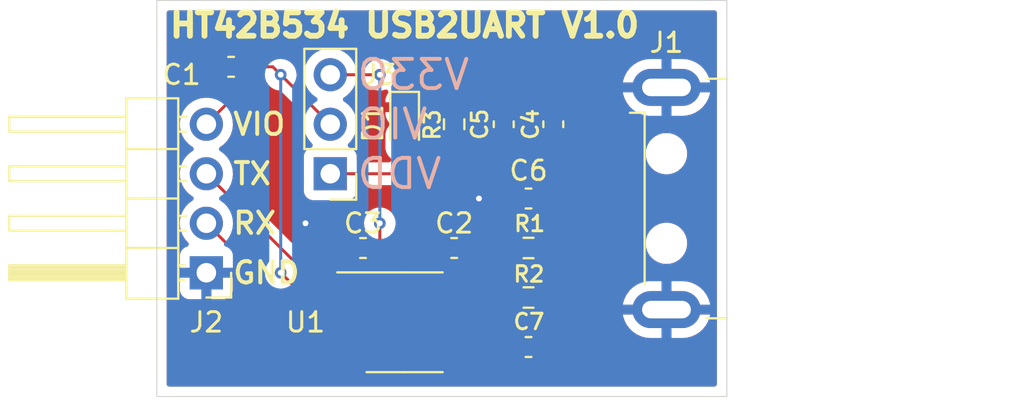
<source format=kicad_pcb>
(kicad_pcb (version 20211014) (generator pcbnew)
  (layers (0 "F.Cu" signal) (31 "B.Cu" signal) (34 "B.Paste" user) (35 "F.Paste" user) (36 "B.SilkS" user "B.Silkscreen") (37 "F.SilkS" user "F.Silkscreen") (38 "B.Mask" user) (39 "F.Mask" user) (44 "Edge.Cuts" user))
  (net 0 "")
  (net 1 "GND")
  (net 2 "VDDA")
  (net 3 "VDD")
  (net 4 "/V33O")
  (net 5 "/D-")
  (net 6 "/D+")
  (net 7 "Net-(D1-Pad2)")
  (net 8 "Net-(J1-Pad3)")
  (net 9 "Net-(J1-Pad2)")
  (net 10 "/RX")
  (net 11 "/TX")
  (footprint "Capacitor_SMD:C_0603_1608Metric_Pad1.08x0.95mm_HandSolder" (layer "F.Cu") (at 72.39 83.4125 180)
    (fp_text reference "C1" (at 2.54 -0.4075) (layer "F.SilkS"))
    (fp_text value "0.1uF")
    (fp_line (start -0.146267 0.51) (end 0.146267 0.51) (layer "F.SilkS") (width 0.12))
    (fp_line (start -0.146267 -0.51) (end 0.146267 -0.51) (layer "F.SilkS") (width 0.12))
    (pad "1" smd roundrect locked (at -0.8625 0 180) (size 1.075 0.95) (layers "F.Cu" "F.Paste" "F.Mask") (net 2 "VDDA"))
    (pad "2" smd roundrect locked (at 0.8625 0 180) (size 1.075 0.95) (layers "F.Cu" "F.Paste" "F.Mask") (net 1 "GND"))
  )
  (footprint "Capacitor_SMD:C_0603_1608Metric_Pad1.08x0.95mm_HandSolder" (layer "F.Cu") (at 83.82 92.71 180)
    (fp_text reference "C2" (at 0 1.27) (layer "F.SilkS"))
    (fp_text value "0.1uF")
    (fp_line (start -0.146267 -0.51) (end 0.146267 -0.51) (layer "F.SilkS") (width 0.12))
    (fp_line (start -0.146267 0.51) (end 0.146267 0.51) (layer "F.SilkS") (width 0.12))
    (pad "1" smd roundrect locked (at -0.8625 0 180) (size 1.075 0.95) (layers "F.Cu" "F.Paste" "F.Mask") (net 3 "VDD"))
    (pad "2" smd roundrect locked (at 0.8625 0 180) (size 1.075 0.95) (layers "F.Cu" "F.Paste" "F.Mask") (net 1 "GND"))
  )
  (footprint "Capacitor_SMD:C_0603_1608Metric_Pad1.08x0.95mm_HandSolder" (layer "F.Cu") (at 79.1475 92.71 180)
    (fp_text reference "C3" (at 0 1.27) (layer "F.SilkS"))
    (fp_text value "1uF")
    (fp_line (start -0.146267 -0.51) (end 0.146267 -0.51) (layer "F.SilkS") (width 0.12))
    (fp_line (start -0.146267 0.51) (end 0.146267 0.51) (layer "F.SilkS") (width 0.12))
    (pad "1" smd roundrect locked (at -0.8625 0 180) (size 1.075 0.95) (layers "F.Cu" "F.Paste" "F.Mask") (net 4 "/V33O"))
    (pad "2" smd roundrect locked (at 0.8625 0 180) (size 1.075 0.95) (layers "F.Cu" "F.Paste" "F.Mask") (net 1 "GND"))
  )
  (footprint "Capacitor_SMD:C_0603_1608Metric_Pad1.08x0.95mm_HandSolder" (layer "F.Cu") (at 88.9 86.36 90)
    (fp_text reference "C4" (at -0.006111 -1.167842 90) (layer "F.SilkS") (effects (font (size 0.8 0.8))))
    (fp_text value "10uF")
    (fp_line (start -0.146267 -0.51) (end 0.146267 -0.51) (layer "F.SilkS") (width 0.12))
    (fp_line (start -0.146267 0.51) (end 0.146267 0.51) (layer "F.SilkS") (width 0.12))
    (pad "1" smd roundrect locked (at -0.8625 0 90) (size 1.075 0.95) (layers "F.Cu" "F.Paste" "F.Mask") (net 3 "VDD"))
    (pad "2" smd roundrect locked (at 0.8625 0 90) (size 1.075 0.95) (layers "F.Cu" "F.Paste" "F.Mask") (net 1 "GND"))
  )
  (footprint "Capacitor_SMD:C_0603_1608Metric_Pad1.08x0.95mm_HandSolder" (layer "F.Cu") (at 86.36 86.36 90)
    (fp_text reference "C5" (at -0.006111 -1.229998 90) (layer "F.SilkS") (effects (font (size 0.8 0.8))))
    (fp_text value "0.1uF")
    (fp_line (start -0.146267 -0.51) (end 0.146267 -0.51) (layer "F.SilkS") (width 0.12))
    (fp_line (start -0.146267 0.51) (end 0.146267 0.51) (layer "F.SilkS") (width 0.12))
    (pad "1" smd roundrect locked (at -0.8625 0 90) (size 1.075 0.95) (layers "F.Cu" "F.Paste" "F.Mask") (net 3 "VDD"))
    (pad "2" smd roundrect locked (at 0.8625 0 90) (size 1.075 0.95) (layers "F.Cu" "F.Paste" "F.Mask") (net 1 "GND"))
  )
  (footprint "Capacitor_SMD:C_0603_1608Metric_Pad1.08x0.95mm_HandSolder" (layer "F.Cu") (at 87.63 90.17)
    (fp_text reference "C6" (at 0 -1.43) (layer "F.SilkS"))
    (fp_text value "47pF")
    (fp_line (start -0.146267 0.51) (end 0.146267 0.51) (layer "F.SilkS") (width 0.12))
    (fp_line (start -0.146267 -0.51) (end 0.146267 -0.51) (layer "F.SilkS") (width 0.12))
    (pad "1" smd roundrect locked (at -0.8625 0) (size 1.075 0.95) (layers "F.Cu" "F.Paste" "F.Mask") (net 5 "/D-"))
    (pad "2" smd roundrect locked (at 0.8625 0) (size 1.075 0.95) (layers "F.Cu" "F.Paste" "F.Mask") (net 1 "GND"))
  )
  (footprint "Capacitor_SMD:C_0603_1608Metric_Pad1.08x0.95mm_HandSolder" (layer "F.Cu") (at 87.63 97.79)
    (fp_text reference "C7" (at 0.02191 -1.2975) (layer "F.SilkS") (effects (font (size 0.8 0.8))))
    (fp_text value "47pF")
    (fp_line (start -0.146267 0.51) (end 0.146267 0.51) (layer "F.SilkS") (width 0.12))
    (fp_line (start -0.146267 -0.51) (end 0.146267 -0.51) (layer "F.SilkS") (width 0.12))
    (pad "1" smd roundrect locked (at -0.8625 0) (size 1.075 0.95) (layers "F.Cu" "F.Paste" "F.Mask") (net 6 "/D+"))
    (pad "2" smd roundrect locked (at 0.8625 0) (size 1.075 0.95) (layers "F.Cu" "F.Paste" "F.Mask") (net 1 "GND"))
  )
  (footprint "Diode_SMD:D_0603_1608Metric_Pad1.05x0.95mm_HandSolder" (layer "F.Cu") (at 81.28 86.36 -90)
    (fp_text reference "D1" (at -0.043283 1.621058 90) (layer "F.SilkS"))
    (fp_text value "LED")
    (fp_line (start -1.66 0.735) (end 0.8 0.735) (layer "F.SilkS") (width 0.12))
    (fp_line (start -1.66 -0.735) (end -1.66 0.735) (layer "F.SilkS") (width 0.12))
    (fp_line (start 0.8 -0.735) (end -1.66 -0.735) (layer "F.SilkS") (width 0.12))
    (pad "1" smd roundrect locked (at -0.875 0 270) (size 1.05 0.95) (layers "F.Cu" "F.Paste" "F.Mask") (net 1 "GND"))
    (pad "2" smd roundrect locked (at 0.875 0 270) (size 1.05 0.95) (layers "F.Cu" "F.Paste" "F.Mask") (net 7 "Net-(D1-Pad2)"))
  )
  (footprint "Connector_USB:USB_A_CNCTech_1001-011-01101_Horizontal" (layer "F.Cu") (at 101.6 90.17)
    (fp_text reference "J1" (at -6.9 -8) (layer "F.SilkS"))
    (fp_text value "USB_A")
    (fp_line (start -4.85 -6.145) (end -3.8 -6.145) (layer "F.SilkS") (width 0.12))
    (fp_line (start -8.02 -4.4) (end -8.775 -4.4) (layer "F.SilkS") (width 0.12))
    (fp_line (start -8.02 -4.4) (end -8.02 4.4) (layer "F.SilkS") (width 0.12))
    (fp_line (start -4.85 6.145) (end -3.8 6.145) (layer "F.SilkS") (width 0.12))
    (pad "" np_thru_hole circle locked (at -6.9 2.3) (size 1.1 1.1) (drill 1.1) (layers *.Cu *.Mask))
    (pad "" np_thru_hole circle locked (at -6.9 -2.3) (size 1.1 1.1) (drill 1.1) (layers *.Cu *.Mask))
    (pad "1" smd rect locked (at -9.65 -3.5) (size 2.5 1.1) (layers "F.Cu" "F.Paste" "F.Mask") (net 3 "VDD"))
    (pad "2" smd rect locked (at -9.65 -1) (size 2.5 1.1) (layers "F.Cu" "F.Paste" "F.Mask") (net 9 "Net-(J1-Pad2)"))
    (pad "3" smd rect locked (at -9.65 1) (size 2.5 1.1) (layers "F.Cu" "F.Paste" "F.Mask") (net 8 "Net-(J1-Pad3)"))
    (pad "4" smd rect locked (at -9.65 3.5) (size 2.5 1.1) (layers "F.Cu" "F.Paste" "F.Mask") (net 1 "GND"))
    (pad "5" thru_hole oval locked (at -6.9 -5.7) (size 3.5 1.9) (drill oval 2.5 0.9) (layers *.Cu *.Mask) (net 1 "GND"))
    (pad "5" thru_hole oval locked (at -6.9 5.7) (size 3.5 1.9) (drill oval 2.5 0.9) (layers *.Cu *.Mask) (net 1 "GND"))
  )
  (footprint "Connector_PinHeader_2.54mm:PinHeader_1x04_P2.54mm_Horizontal" (layer "F.Cu") (at 71.12 93.98 180)
    (fp_text reference "J2" (at 0 -2.54) (layer "F.SilkS"))
    (fp_text value "Conn_01x04")
    (fp_line (start 4.1 -1.33) (end 1.44 -1.33) (layer "F.SilkS") (width 0.12))
    (fp_line (start 1.44 1.27) (end 4.1 1.27) (layer "F.SilkS") (width 0.12))
    (fp_line (start -1.27 0) (end -1.27 -1.27) (layer "F.SilkS") (width 0.12))
    (fp_line (start 4.1 -0.32) (end 10.1 -0.32) (layer "F.SilkS") (width 0.12))
    (fp_line (start 1.44 -1.33) (end 1.44 8.95) (layer "F.SilkS") (width 0.12))
    (fp_line (start 1.042929 2.16) (end 1.44 2.16) (layer "F.SilkS") (width 0.12))
    (fp_line (start 10.1 2.92) (end 4.1 2.92) (layer "F.SilkS") (width 0.12))
    (fp_line (start 4.1 -0.08) (end 10.1 -0.08) (layer "F.SilkS") (width 0.12))
    (fp_line (start 1.042929 2.92) (end 1.44 2.92) (layer "F.SilkS") (width 0.12))
    (fp_line (start 1.11 0.38) (end 1.44 0.38) (layer "F.SilkS") (width 0.12))
    (fp_line (start -1.27 -1.27) (end 0 -1.27) (layer "F.SilkS") (width 0.12))
    (fp_line (start 10.1 7.24) (end 10.1 8) (layer "F.SilkS") (width 0.12))
    (fp_line (start 1.042929 5.46) (end 1.44 5.46) (layer "F.SilkS") (width 0.12))
    (fp_line (start 4.1 -0.38) (end 10.1 -0.38) (layer "F.SilkS") (width 0.12))
    (fp_line (start 4.1 8.95) (end 4.1 -1.33) (layer "F.SilkS") (width 0.12))
    (fp_line (start 1.44 3.81) (end 4.1 3.81) (layer "F.SilkS") (width 0.12))
    (fp_line (start 10.1 5.46) (end 4.1 5.46) (layer "F.SilkS") (width 0.12))
    (fp_line (start 10.1 0.38) (end 4.1 0.38) (layer "F.SilkS") (width 0.12))
    (fp_line (start 4.1 0.16) (end 10.1 0.16) (layer "F.SilkS") (width 0.12))
    (fp_line (start 4.1 0.28) (end 10.1 0.28) (layer "F.SilkS") (width 0.12))
    (fp_line (start 1.042929 8) (end 1.44 8) (layer "F.SilkS") (width 0.12))
    (fp_line (start 4.1 4.7) (end 10.1 4.7) (layer "F.SilkS") (width 0.12))
    (fp_line (start 10.1 8) (end 4.1 8) (layer "F.SilkS") (width 0.12))
    (fp_line (start 10.1 2.16) (end 10.1 2.92) (layer "F.SilkS") (width 0.12))
    (fp_line (start 10.1 4.7) (end 10.1 5.46) (layer "F.SilkS") (width 0.12))
    (fp_line (start 1.042929 4.7) (end 1.44 4.7) (layer "F.SilkS") (width 0.12))
    (fp_line (start 1.44 6.35) (end 4.1 6.35) (layer "F.SilkS") (width 0.12))
    (fp_line (start 4.1 0.04) (end 10.1 0.04) (layer "F.SilkS") (width 0.12))
    (fp_line (start 4.1 -0.2) (end 10.1 -0.2) (layer "F.SilkS") (width 0.12))
    (fp_line (start 4.1 2.16) (end 10.1 2.16) (layer "F.SilkS") (width 0.12))
    (fp_line (start 10.1 -0.38) (end 10.1 0.38) (layer "F.SilkS") (width 0.12))
    (fp_line (start 1.11 -0.38) (end 1.44 -0.38) (layer "F.SilkS") (width 0.12))
    (fp_line (start 1.042929 7.24) (end 1.44 7.24) (layer "F.SilkS") (width 0.12))
    (fp_line (start 1.44 8.95) (end 4.1 8.95) (layer "F.SilkS") (width 0.12))
    (fp_line (start 4.1 7.24) (end 10.1 7.24) (layer "F.SilkS") (width 0.12))
    (pad "1" thru_hole rect locked (at 0 0 180) (size 1.7 1.7) (drill 1) (layers *.Cu *.Mask) (net 1 "GND"))
    (pad "2" thru_hole oval locked (at 0 2.54 180) (size 1.7 1.7) (drill 1) (layers *.Cu *.Mask) (net 10 "/RX"))
    (pad "3" thru_hole oval locked (at 0 5.08 180) (size 1.7 1.7) (drill 1) (layers *.Cu *.Mask) (net 11 "/TX"))
    (pad "4" thru_hole oval locked (at 0 7.62 180) (size 1.7 1.7) (drill 1) (layers *.Cu *.Mask) (net 2 "VDDA"))
  )
  (footprint "Resistor_SMD:R_0603_1608Metric_Pad0.98x0.95mm_HandSolder" (layer "F.Cu") (at 87.63 92.71)
    (fp_text reference "R1" (at 0.054956 -1.246244) (layer "F.SilkS") (effects (font (size 0.8 0.8))))
    (fp_text value "33")
    (fp_line (start -0.254724 -0.5225) (end 0.254724 -0.5225) (layer "F.SilkS") (width 0.12))
    (fp_line (start -0.254724 0.5225) (end 0.254724 0.5225) (layer "F.SilkS") (width 0.12))
    (pad "1" smd roundrect locked (at -0.9125 0) (size 0.975 0.95) (layers "F.Cu" "F.Paste" "F.Mask") (net 5 "/D-"))
    (pad "2" smd roundrect locked (at 0.9125 0) (size 0.975 0.95) (layers "F.Cu" "F.Paste" "F.Mask") (net 9 "Net-(J1-Pad2)"))
  )
  (footprint "Resistor_SMD:R_0603_1608Metric_Pad0.98x0.95mm_HandSolder" (layer "F.Cu") (at 87.63 95.25)
    (fp_text reference "R2" (at 0.02191 -1.196913) (layer "F.SilkS") (effects (font (size 0.8 0.8))))
    (fp_text value "33")
    (fp_line (start -0.254724 -0.5225) (end 0.254724 -0.5225) (layer "F.SilkS") (width 0.12))
    (fp_line (start -0.254724 0.5225) (end 0.254724 0.5225) (layer "F.SilkS") (width 0.12))
    (pad "1" smd roundrect locked (at -0.9125 0) (size 0.975 0.95) (layers "F.Cu" "F.Paste" "F.Mask") (net 6 "/D+"))
    (pad "2" smd roundrect locked (at 0.9125 0) (size 0.975 0.95) (layers "F.Cu" "F.Paste" "F.Mask") (net 8 "Net-(J1-Pad3)"))
  )
  (footprint "Resistor_SMD:R_0603_1608Metric_Pad0.98x0.95mm_HandSolder" (layer "F.Cu") (at 83.82 86.36 90)
    (fp_text reference "R3" (at -0.032003 -1.123855 90) (layer "F.SilkS") (effects (font (size 0.8 0.8))))
    (fp_text value "330")
    (fp_line (start -0.254724 -0.5225) (end 0.254724 -0.5225) (layer "F.SilkS") (width 0.12))
    (fp_line (start -0.254724 0.5225) (end 0.254724 0.5225) (layer "F.SilkS") (width 0.12))
    (pad "1" smd roundrect locked (at -0.9125 0 90) (size 0.975 0.95) (layers "F.Cu" "F.Paste" "F.Mask") (net 3 "VDD"))
    (pad "2" smd roundrect locked (at 0.9125 0 90) (size 0.975 0.95) (layers "F.Cu" "F.Paste" "F.Mask") (net 7 "Net-(D1-Pad2)"))
  )
  (footprint "Package_SO:SOP-8_3.9x4.9mm_P1.27mm" (layer "F.Cu") (at 81.28 96.52)
    (fp_text reference "U1" (at -5.08 0) (layer "F.SilkS"))
    (fp_text value "HT42B534_8SOP")
    (fp_line (start 0 -2.56) (end -3.45 -2.56) (layer "F.SilkS") (width 0.12))
    (fp_line (start 0 -2.56) (end 1.95 -2.56) (layer "F.SilkS") (width 0.12))
    (fp_line (start 0 2.56) (end -1.95 2.56) (layer "F.SilkS") (width 0.12))
    (fp_line (start 0 2.56) (end 1.95 2.56) (layer "F.SilkS") (width 0.12))
    (pad "1" smd roundrect locked (at -2.625 -1.905) (size 1.65 0.6) (layers "F.Cu" "F.Paste" "F.Mask") (net 1 "GND"))
    (pad "2" smd roundrect locked (at -2.625 -0.635) (size 1.65 0.6) (layers "F.Cu" "F.Paste" "F.Mask") (net 11 "/TX"))
    (pad "3" smd roundrect locked (at -2.625 0.635) (size 1.65 0.6) (layers "F.Cu" "F.Paste" "F.Mask") (net 2 "VDDA"))
    (pad "4" smd roundrect locked (at -2.625 1.905) (size 1.65 0.6) (layers "F.Cu" "F.Paste" "F.Mask") (net 10 "/RX"))
    (pad "5" smd roundrect locked (at 2.625 1.905) (size 1.65 0.6) (layers "F.Cu" "F.Paste" "F.Mask") (net 6 "/D+"))
    (pad "6" smd roundrect locked (at 2.625 0.635) (size 1.65 0.6) (layers "F.Cu" "F.Paste" "F.Mask") (net 5 "/D-"))
    (pad "7" smd roundrect locked (at 2.625 -0.635) (size 1.65 0.6) (layers "F.Cu" "F.Paste" "F.Mask") (net 3 "VDD"))
    (pad "8" smd roundrect locked (at 2.625 -1.905) (size 1.65 0.6) (layers "F.Cu" "F.Paste" "F.Mask") (net 4 "/V33O"))
  )
  (footprint "Connector_PinHeader_2.54mm:PinHeader_1x03_P2.54mm_Vertical" (layer "F.Cu") (at 77.47 88.9 180)
    (fp_text reference "J3" (at -2.54 5.08) (layer "F.SilkS"))
    (fp_text value "Conn_01x03")
    (fp_line (start -1.33 6.41) (end 1.33 6.41) (layer "F.SilkS") (width 0.12))
    (fp_line (start -1.33 1.27) (end -1.33 6.41) (layer "F.SilkS") (width 0.12))
    (fp_line (start 1.33 1.27) (end 1.33 6.41) (layer "F.SilkS") (width 0.12))
    (fp_line (start -1.33 -1.33) (end 0 -1.33) (layer "F.SilkS") (width 0.12))
    (fp_line (start -1.33 1.27) (end 1.33 1.27) (layer "F.SilkS") (width 0.12))
    (fp_line (start -1.33 0) (end -1.33 -1.33) (layer "F.SilkS") (width 0.12))
    (pad "1" thru_hole rect locked (at 0 0 180) (size 1.7 1.7) (drill 1) (layers *.Cu *.Mask) (net 3 "VDD"))
    (pad "2" thru_hole oval locked (at 0 2.54 180) (size 1.7 1.7) (drill 1) (layers *.Cu *.Mask) (net 2 "VDDA"))
    (pad "3" thru_hole oval locked (at 0 5.08 180) (size 1.7 1.7) (drill 1) (layers *.Cu *.Mask) (net 4 "/V33O"))
  )
  (gr_line (start 68.58 80.01) (end 68.58 100.33) (layer "Edge.Cuts") (width 0.05))
  (gr_line (start 97.79 100.33) (end 68.58 100.33) (layer "Edge.Cuts") (width 0.05))
  (gr_line (start 68.58 80.01) (end 97.79 80.01) (layer "Edge.Cuts") (width 0.05))
  (gr_line (start 97.79 80.01) (end 97.79 100.33) (layer "Edge.Cuts") (width 0.05))
  (gr_text "VIO" (at 78.74 86.36) (layer "B.SilkS") (effects (font (size 1.5 1.5) (thickness 0.2)) (justify right mirror)))
  (gr_text "V33O" (at 78.74 83.82) (layer "B.SilkS") (effects (font (size 1.5 1.5) (thickness 0.2)) (justify right mirror)))
  (gr_text "VDD" (at 78.74 88.9) (layer "B.SilkS") (effects (font (size 1.5 1.5) (thickness 0.2)) (justify right mirror)))
  (gr_text "GND" (at 72.39 93.98) (layer "F.SilkS") (effects (font (size 1.1 1.1) (thickness 0.2)) (justify left)))
  (gr_text "VIO" (at 72.39 86.36) (layer "F.SilkS") (effects (font (size 1.1 1.1) (thickness 0.2)) (justify left)))
  (gr_text "HT42B534 USB2UART V1.0" (at 81.28 81.28) (layer "F.SilkS") (effects (font (size 1.2 1.2) (thickness 0.3))))
  (gr_text "TX" (at 72.39 88.9) (layer "F.SilkS") (effects (font (size 1.1 1.1) (thickness 0.2)) (justify left)))
  (gr_text "RX" (at 72.39 91.44) (layer "F.SilkS") (effects (font (size 1.1 1.1) (thickness 0.2)) (justify left)))
  (via (at 85.09 90.17) (size 0.6) (drill 0.3) (layers "F.Cu" "B.Cu") (net 1))
  (via (at 76.2 91.44) (size 0.6) (drill 0.3) (layers "F.Cu" "B.Cu") (net 1))
  (segment (start 78.655 97.155) (end 78.105 97.155) (width 0.1524) (layer "F.Cu") (net 2))
  (segment (start 73.2525 83.4125) (end 74.5225 83.4125) (width 0.1524) (layer "F.Cu") (net 2))
  (segment (start 78.105 97.155) (end 74.93 93.98) (width 0.1524) (layer "F.Cu") (net 2))
  (segment (start 74.93 83.82) (end 77.47 86.36) (width 0.1524) (layer "F.Cu") (net 2))
  (segment (start 74.5225 83.4125) (end 74.93 83.82) (width 0.1524) (layer "F.Cu") (net 2))
  (segment (start 71.12 86.36) (end 73.2525 84.2275) (width 0.1524) (layer "F.Cu") (net 2))
  (segment (start 73.2525 84.2275) (end 73.2525 83.4125) (width 0.1524) (layer "F.Cu") (net 2))
  (via (at 74.93 93.98) (size 0.6) (drill 0.3) (layers "F.Cu" "B.Cu") (net 2))
  (via (at 74.93 83.82) (size 0.6) (drill 0.3) (layers "F.Cu" "B.Cu") (net 2))
  (segment (start 74.93 93.98) (end 74.93 83.82) (width 0.1524) (layer "B.Cu") (net 2))
  (segment (start 77.47 88.9) (end 82.1925 88.9) (width 0.1524) (layer "F.Cu") (net 3))
  (segment (start 83.82 87.2725) (end 83.82 91.8475) (width 0.1524) (layer "F.Cu") (net 3))
  (segment (start 84.93321 95.68179) (end 84.73 95.885) (width 0.1524) (layer "F.Cu") (net 3))
  (segment (start 89.86 86.67) (end 89.3075 87.2225) (width 0.1524) (layer "F.Cu") (net 3))
  (segment (start 83.82 91.8475) (end 84.6825 92.71) (width 0.1524) (layer "F.Cu") (net 3))
  (segment (start 89.3075 87.2225) (end 88.9 87.2225) (width 0.1524) (layer "F.Cu") (net 3))
  (segment (start 83.87 87.2225) (end 83.82 87.2725) (width 0.1524) (layer "F.Cu") (net 3))
  (segment (start 91.95 86.67) (end 89.86 86.67) (width 0.1524) (layer "F.Cu") (net 3))
  (segment (start 82.1925 88.9) (end 83.82 87.2725) (width 0.1524) (layer "F.Cu") (net 3))
  (segment (start 84.73 95.885) (end 83.905 95.885) (width 0.1524) (layer "F.Cu") (net 3))
  (segment (start 84.93321 92.96071) (end 84.93321 95.68179) (width 0.1524) (layer "F.Cu") (net 3))
  (segment (start 84.6825 92.71) (end 84.93321 92.96071) (width 0.1524) (layer "F.Cu") (net 3))
  (segment (start 88.9 87.2225) (end 83.87 87.2225) (width 0.1524) (layer "F.Cu") (net 3))
  (segment (start 80.01 91.44) (end 80.01 92.71) (width 0.1524) (layer "F.Cu") (net 4))
  (segment (start 77.47 83.82) (end 80.01 83.82) (width 0.1524) (layer "F.Cu") (net 4))
  (segment (start 81.915 94.615) (end 83.905 94.615) (width 0.1524) (layer "F.Cu") (net 4))
  (segment (start 80.01 92.71) (end 81.915 94.615) (width 0.1524) (layer "F.Cu") (net 4))
  (via (at 80.01 91.44) (size 0.6) (drill 0.3) (layers "F.Cu" "B.Cu") (net 4))
  (via (at 80.01 83.82) (size 0.6) (drill 0.3) (layers "F.Cu" "B.Cu") (net 4))
  (segment (start 80.01 83.82) (end 80.01 91.44) (width 0.1524) (layer "B.Cu") (net 4))
  (segment (start 85.21262 94.68988) (end 85.21262 96.67238) (width 0.1524) (layer "F.Cu") (net 5))
  (segment (start 85.21262 96.67238) (end 84.73 97.155) (width 0.1524) (layer "F.Cu") (net 5))
  (segment (start 86.7675 92.66) (end 86.7175 92.71) (width 0.1524) (layer "F.Cu") (net 5))
  (segment (start 86.7675 90.17) (end 86.7675 92.66) (width 0.1524) (layer "F.Cu") (net 5))
  (segment (start 86.7175 92.71) (end 86.7175 93.185) (width 0.1524) (layer "F.Cu") (net 5))
  (segment (start 86.7175 93.185) (end 85.21262 94.68988) (width 0.1524) (layer "F.Cu") (net 5))
  (segment (start 84.73 97.155) (end 83.905 97.155) (width 0.1524) (layer "F.Cu") (net 5))
  (segment (start 84.54 97.79) (end 83.905 98.425) (width 0.1524) (layer "F.Cu") (net 6))
  (segment (start 86.7175 97.74) (end 86.7675 97.79) (width 0.1524) (layer "F.Cu") (net 6))
  (segment (start 86.7175 95.25) (end 86.7175 97.74) (width 0.1524) (layer "F.Cu") (net 6))
  (segment (start 86.7675 97.79) (end 84.54 97.79) (width 0.1524) (layer "F.Cu") (net 6))
  (segment (start 83.0675 85.4475) (end 81.28 87.235) (width 0.1524) (layer "F.Cu") (net 7))
  (segment (start 83.82 85.4475) (end 83.0675 85.4475) (width 0.1524) (layer "F.Cu") (net 7))
  (segment (start 88.5425 94.5775) (end 88.5425 95.25) (width 0.1524) (layer "F.Cu") (net 8))
  (segment (start 91.95 91.17) (end 88.5425 94.5775) (width 0.1524) (layer "F.Cu") (net 8))
  (segment (start 88.5425 91.8775) (end 88.5425 92.71) (width 0.1524) (layer "F.Cu") (net 9))
  (segment (start 91.95 89.17) (end 91.25 89.17) (width 0.1524) (layer "F.Cu") (net 9))
  (segment (start 91.25 89.17) (end 88.5425 91.8775) (width 0.1524) (layer "F.Cu") (net 9))
  (segment (start 78.105 98.425) (end 78.655 98.425) (width 0.1524) (layer "F.Cu") (net 10))
  (segment (start 71.12 91.44) (end 78.105 98.425) (width 0.1524) (layer "F.Cu") (net 10))
  (segment (start 71.12 88.9) (end 78.105 95.885) (width 0.1524) (layer "F.Cu") (net 11))
  (segment (start 78.105 95.885) (end 78.655 95.885) (width 0.1524) (layer "F.Cu") (net 11))
  (zone (net 1) (net_name "GND") (layer "F.Cu") (connect_pads (clearance 0.508)) (min_thickness 0.254) (fill yes (thermal_gap 0.508) (thermal_bridge_width 0.508))
    (polygon (pts (xy 97.79 100.33) (xy 68.58 100.33) (xy 68.58 80.01) (xy 97.79 80.01)))
  )
  (zone (net 1) (net_name "GND") (layer "B.Cu") (connect_pads (clearance 0.508)) (min_thickness 0.254) (fill yes (thermal_gap 0.508) (thermal_bridge_width 0.508))
    (polygon (pts (xy 97.79 100.33) (xy 68.58 100.33) (xy 68.58 80.01) (xy 97.79 80.01)))
  )
)
</source>
